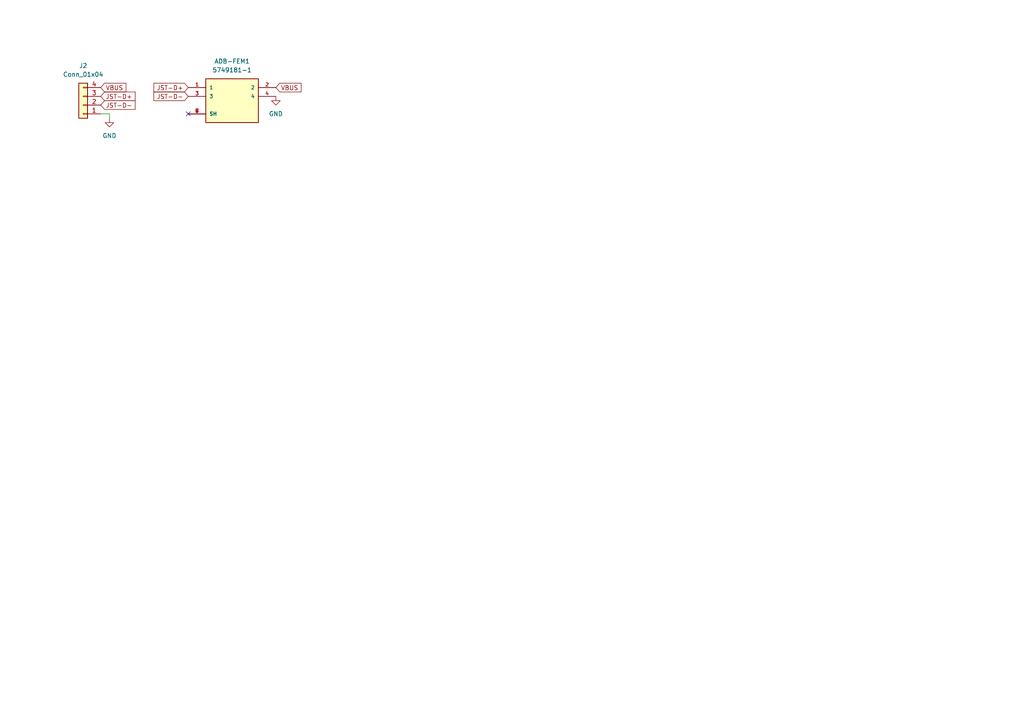
<source format=kicad_sch>
(kicad_sch (version 20230121) (generator eeschema)
  (paper "A4")
  (lib_symbols
    (symbol "ADB:5749181-1" (pin_names (offset 1.016))
      (property "Reference" "J" (at -7.6246 5.7185 0))
      (property "Value" "5749181-1" (at -7.6233 -10.1645 0))
      (symbol "5749181-1_0_0"
        (rectangle (start -7.62 -7.62) (end 7.62 5.08) (stroke (width 0.254)) (fill (type background)))
        (pin passive line (at -12.7 2.54 0) (length 5.08) (name "1") (number "1"))
        (pin passive line (at 12.7 2.54 180) (length 5.08) (name "2") (number "2"))
        (pin passive line (at -12.7 0 0) (length 5.08) (name "3") (number "3"))
        (pin passive line (at 12.7 0 180) (length 5.08) (name "4") (number "4"))
        (pin passive line (at -12.7 -5.08 0) (length 5.08) (name "SH") (number "5"))
        (pin passive line (at -12.7 -5.08 0) (length 5.08) (name "SH") (number "6"))
        (pin passive line (at -12.7 -5.08 0) (length 5.08) (name "SH") (number "7"))
      )
    )
    (symbol "Connector_Generic:Conn_01x04" (pin_names (offset 1.016) hide)
      (property "Reference" "J" (at 0 5.08 0))
      (property "Value" "Conn_01x04" (at 0 -7.62 0))
      (symbol "Conn_01x04_1_1"
        (rectangle (start -1.27 -4.953) (end 0 -5.207) (stroke (width 0.1524)))
        (rectangle (start -1.27 -2.413) (end 0 -2.667) (stroke (width 0.1524)))
        (rectangle (start -1.27 0.127) (end 0 -0.127) (stroke (width 0.1524)))
        (rectangle (start -1.27 2.667) (end 0 2.413) (stroke (width 0.1524)))
        (rectangle (start -1.27 3.81) (end 1.27 -6.35) (stroke (width 0.254)) (fill (type background)))
        (pin passive line (at -5.08 2.54 0) (length 3.81) (name "Pin_1") (number "1"))
        (pin passive line (at -5.08 0 0) (length 3.81) (name "Pin_2") (number "2"))
        (pin passive line (at -5.08 -2.54 0) (length 3.81) (name "Pin_3") (number "3"))
        (pin passive line (at -5.08 -5.08 0) (length 3.81) (name "Pin_4") (number "4"))
      )
    )
    (symbol "power:GND" (power) (pin_names (offset 0))
      (property "Value" "GND" (at 0 -3.81 0))
      (symbol "GND_0_1"
        (polyline (pts (xy 0 0) (xy 0 -1.27) (xy 1.27 -1.27) (xy 0 -2.54) (xy -1.27 -1.27) (xy 0 -1.27)))
      )
      (symbol "GND_1_1"
        (pin power_in line (at 0 0 270) (length 0) hide (name "GND") (number "1"))
      )
    )
  )
  (no_connect (at 54.61 33.02))
  (wire (pts (xy 29.21 33.02) (xy 31.75 33.02)))
  (wire (pts (xy 31.75 33.02) (xy 31.75 34.29)))
  (global_label "JST-D-" (shape input) (at 29.21 30.48 0) (property "Intersheetrefs" "${INTERSHEET_REFS}" (effects hide)))
  (global_label "JST-D+" (shape input) (at 54.61 25.4 180) (property "Intersheetrefs" "${INTERSHEET_REFS}" (effects hide)))
  (global_label "VBUS" (shape input) (at 29.21 25.4 0) (property "Intersheetrefs" "${INTERSHEET_REFS}" (effects hide)))
  (global_label "JST-D+" (shape input) (at 29.21 27.94 0) (property "Intersheetrefs" "${INTERSHEET_REFS}" (effects hide)))
  (global_label "JST-D-" (shape input) (at 54.61 27.94 180) (property "Intersheetrefs" "${INTERSHEET_REFS}" (effects hide)))
  (global_label "VBUS" (shape input) (at 80.01 25.4 0) (property "Intersheetrefs" "${INTERSHEET_REFS}" (effects hide)))
  (symbol (lib_id "Connector_Generic:Conn_01x04") (at 24.13 30.48 180) (unit 1)
    (property "Reference" "J2" (at 24.13 19.05 0))
    (property "Value" "Conn_01x04" (at 24.13 21.59 0))
    (property "Footprint" "Connector_PinHeader_2.00mm:PinHeader_1x04_P2.00mm_Vertical" (effects hide))
  )
  (symbol (lib_id "power:GND") (at 80.01 27.94 0) (unit 1)
    (property "Reference" "#PWR03" (effects hide))
    (property "Value" "GND" (at 80.01 33.02 0))
  )
  (symbol (lib_id "ADB:5749181-1") (at 67.31 27.94 0) (unit 1)
    (property "Reference" "ADB-FEM1" (at 67.31 17.78 0))
    (property "Value" "5749181-1" (at 67.31 20.32 0))
    (property "Footprint" "ADB:TE_5749181-1" (effects hide))
    (property "Comment" "5749181-1" (effects hide))
    (property "MF" "TE Connectivity" (effects hide))
    (property "Description" "\nConnector, Mini Circular DIN, Recept. Assy w/Hold Down, 4 Pos, PCB Mnt, Rt Angle | TE Connectivity 5749181-1\n" (effects hide))
    (property "Package" "None" (effects hide))
    (property "Price" "None" (effects hide))
    (property "Check_prices" "https://www.snapeda.com/parts/5749181-1/TE+Connectivity+AMP+Connectors/view-part/?ref=eda" (effects hide))
    (property "STANDARD" "Manufacturer recommendations" (effects hide))
    (property "PARTREV" "P" (effects hide))
    (property "SnapEDA_Link" "https://www.snapeda.com/parts/5749181-1/TE+Connectivity+AMP+Connectors/view-part/?ref=snap" (effects hide))
    (property "MP" "5749181-1" (effects hide))
    (property "Purchase-URL" "https://www.snapeda.com/api/url_track_click_mouser/?unipart_id=525904&manufacturer=TE Connectivity&part_name=5749181-1&search_term=mini din" (effects hide))
    (property "EU_RoHS_Compliance" "Compliant" (effects hide))
    (property "Availability" "In Stock" (effects hide))
    (property "MANUFACTURER" "TE Connectivity" (effects hide))
  )
  (symbol (lib_id "power:GND") (at 31.75 34.29 0) (unit 1)
    (property "Reference" "#PWR01" (effects hide))
    (property "Value" "GND" (at 31.75 39.37 0))
  )
)
</source>
